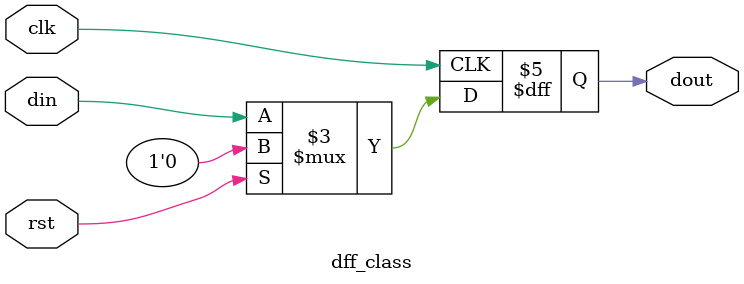
<source format=sv>
module dff_class(
  input din,
  //input clk,
  input rst,clk,
  output reg dout);
			
  always@(posedge clk)
    begin
      if(rst)begin
        dout<=0;
      end
      else begin
        dout<=din;
      end
    end
endmodule

</source>
